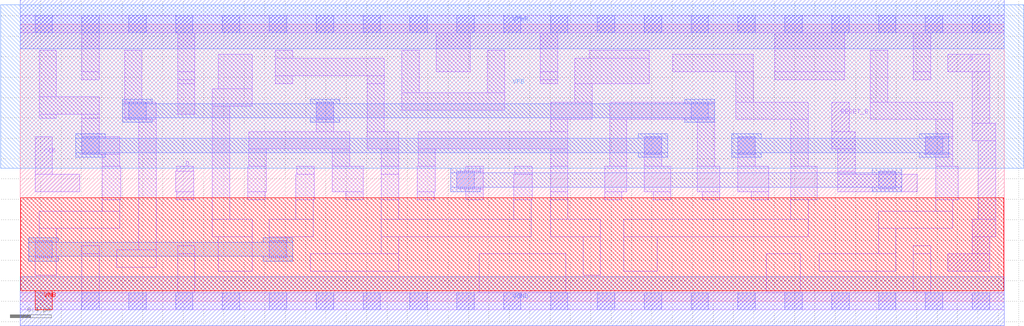
<source format=lef>
VERSION 5.7 ;
  NOWIREEXTENSIONATPIN ON ;
  DIVIDERCHAR "/" ;
  BUSBITCHARS "[]" ;
MACRO sky130_ht_sc_tt05__mux2i_2
  CLASS CORE ;
  FOREIGN sky130_ht_sc_tt05__mux2i_2 ;
  ORIGIN 0.000 0.000 ;
  SIZE 5.060 BY 2.720 ;
  SYMMETRY X Y R90 ;
  SITE unithd ;
  PIN VGND
    DIRECTION INOUT ;
    USE GROUND ;
    SHAPE ABUTMENT ;
    PORT
      LAYER met1 ;
        RECT 0.000 -0.240 5.060 0.240 ;
    END
  END VGND
  PIN VNB
    DIRECTION INOUT ;
    USE GROUND ;
    PORT
      LAYER pwell ;
        RECT 0.005 0.105 5.055 1.015 ;
        RECT 0.145 -0.085 0.315 0.105 ;
    END
  END VNB
  PIN VPB
    DIRECTION INOUT ;
    USE POWER ;
    PORT
      LAYER nwell ;
        RECT -0.190 1.305 5.250 2.910 ;
    END
  END VPB
  PIN VPWR
    DIRECTION INOUT ;
    USE POWER ;
    SHAPE ABUTMENT ;
    PORT
      LAYER met1 ;
        RECT 0.000 2.480 5.060 2.960 ;
    END
  END VPWR
  PIN A0
    DIRECTION INPUT ;
    USE SIGNAL ;
    ANTENNAGATEAREA 1.014 ;
    PORT
      LAYER li1 ;
        RECT 2.445 1.075 3.535 1.275 ;
    END
  END A0
  PIN A1
    DIRECTION INPUT ;
    USE SIGNAL ;
    ANTENNADIFFAREA 2.170 ;
    ANTENNAGATEAREA 0.852 ;
    PORT
      LAYER li1 ;
        RECT 4.255 0.995 4.425 1.105 ;
        RECT 4.255 1.105 4.475 1.325 ;
        RECT 4.285 1.325 4.475 1.615 ;
    END
  END A1
  PIN S
    DIRECTION INPUT ;
    USE SIGNAL ;
    ANTENNAGATEAREA 1.308 ;
    PORT
      LAYER li1 ;
        RECT 0.595 0.765 0.785 0.995 ;
        RECT 0.445 0.995 0.785 1.275 ;
        RECT 0.445 1.275 0.615 1.325 ;
    END
  END S
  PIN Y
    DIRECTION OUTPUT ;
    USE SIGNAL ;
    ANTENNADIFFAREA 2.170 ;
    PORT
      LAYER li1 ;
        RECT 2.715 0.295 4.965 0.465 ;
        RECT 4.795 0.465 4.965 1.785 ;
        RECT 4.735 1.785 4.965 2.255 ;
        RECT 2.715 2.255 4.965 2.425 ;
    END
  END Y
  OBS
      LAYER li1 ;
        RECT 2.275 2.175 2.445 2.255 ;
        RECT 0.515 2.255 0.845 2.635 ;
        RECT 1.355 2.255 1.685 2.635 ;
        RECT 2.275 2.255 2.445 2.635 ;
        RECT 0.000 2.635 5.060 2.805 ;
        RECT 1.855 1.835 2.965 1.915 ;
        RECT 1.855 1.915 4.355 2.005 ;
        RECT 1.855 2.005 2.025 2.085 ;
        RECT 2.795 2.005 4.355 2.085 ;
        RECT 1.855 2.085 2.025 2.465 ;
        RECT 0.095 0.255 0.345 0.585 ;
        RECT 0.095 0.585 0.265 1.075 ;
        RECT 0.095 1.075 0.265 1.155 ;
        RECT 1.435 1.075 1.955 1.155 ;
        RECT 0.095 1.155 0.265 1.245 ;
        RECT 1.015 1.155 1.955 1.245 ;
        RECT 0.095 1.245 0.265 1.325 ;
        RECT 1.015 1.245 1.605 1.325 ;
        RECT 0.095 1.325 0.265 1.495 ;
        RECT 1.015 1.325 1.185 1.495 ;
        RECT 0.095 1.495 1.185 1.665 ;
        RECT 0.095 1.665 0.265 2.135 ;
        RECT 0.095 2.135 0.345 2.465 ;
        RECT 1.435 1.495 3.465 1.665 ;
        RECT 1.435 1.665 1.605 1.745 ;
        RECT 3.135 1.665 3.465 1.745 ;
        RECT 1.435 1.745 1.605 1.835 ;
        RECT 0.935 1.835 1.605 2.005 ;
        RECT 1.015 0.555 1.245 0.965 ;
        RECT 3.815 0.635 4.355 0.805 ;
        RECT 3.815 0.805 4.005 0.935 ;
        RECT 1.855 0.255 2.025 0.635 ;
        RECT 1.855 0.635 2.025 0.715 ;
        RECT 3.135 0.635 3.465 0.715 ;
        RECT 1.855 0.715 3.465 0.885 ;
        RECT 0.000 -0.085 5.060 0.085 ;
        RECT 0.595 0.085 0.765 0.545 ;
        RECT 1.435 0.085 1.605 0.545 ;
        RECT 2.275 0.085 2.445 0.545 ;
        RECT 1.435 0.545 1.605 0.885 ;
      LAYER mcon ;
        RECT 4.745 2.635 4.915 2.805 ;
        RECT 4.285 2.635 4.455 2.805 ;
        RECT 3.825 2.635 3.995 2.805 ;
        RECT 3.365 2.635 3.535 2.805 ;
        RECT 2.905 2.635 3.075 2.805 ;
        RECT 2.445 2.635 2.615 2.805 ;
        RECT 1.985 2.635 2.155 2.805 ;
        RECT 1.525 2.635 1.695 2.805 ;
        RECT 1.065 2.635 1.235 2.805 ;
        RECT 0.605 2.635 0.775 2.805 ;
        RECT 0.145 2.635 0.315 2.805 ;
        RECT 3.825 0.765 3.995 0.935 ;
        RECT 1.065 0.765 1.235 0.935 ;
        RECT 1.525 -0.085 1.695 0.085 ;
        RECT 4.745 -0.085 4.915 0.085 ;
        RECT 2.905 -0.085 3.075 0.085 ;
        RECT 1.065 -0.085 1.235 0.085 ;
        RECT 4.285 -0.085 4.455 0.085 ;
        RECT 2.445 -0.085 2.615 0.085 ;
        RECT 0.605 -0.085 0.775 0.085 ;
        RECT 3.825 -0.085 3.995 0.085 ;
        RECT 1.985 -0.085 2.155 0.085 ;
        RECT 0.145 -0.085 0.315 0.085 ;
        RECT 3.365 -0.085 3.535 0.085 ;
      LAYER met1 ;
        RECT 1.005 0.735 1.295 0.780 ;
        RECT 3.765 0.735 4.055 0.780 ;
        RECT 1.005 0.780 4.055 0.920 ;
        RECT 1.005 0.920 1.295 0.965 ;
        RECT 3.765 0.920 4.055 0.965 ;
  END
END sky130_ht_sc_tt05__mux2i_2
MACRO sky130_ht_sc_tt05__maj3_2
  CLASS CORE ;
  FOREIGN sky130_ht_sc_tt05__maj3_2 ;
  ORIGIN 0.000 0.000 ;
  SIZE 4.140 BY 2.720 ;
  SYMMETRY X Y R90 ;
  SITE unithd ;
  PIN VGND
    DIRECTION INOUT ;
    USE GROUND ;
    SHAPE ABUTMENT ;
    PORT
      LAYER met1 ;
        RECT 0.000 -0.240 4.140 0.240 ;
    END
  END VGND
  PIN VNB
    DIRECTION INOUT ;
    USE GROUND ;
    PORT
      LAYER pwell ;
        RECT 0.005 0.105 4.135 1.015 ;
        RECT 0.145 -0.085 0.315 0.105 ;
    END
  END VNB
  PIN VPB
    DIRECTION INOUT ;
    USE POWER ;
    PORT
      LAYER nwell ;
        RECT -0.190 1.305 4.330 2.910 ;
    END
  END VPB
  PIN VPWR
    DIRECTION INOUT ;
    USE POWER ;
    SHAPE ABUTMENT ;
    PORT
      LAYER met1 ;
        RECT 0.000 2.480 4.140 2.960 ;
    END
  END VPWR
  PIN A
    DIRECTION INPUT ;
    USE SIGNAL ;
    ANTENNAGATEAREA 0.842 ;
    PORT
      LAYER li1 ;
        RECT 1.055 0.995 1.225 1.105 ;
        RECT 1.055 1.105 1.695 1.275 ;
        RECT 1.055 1.275 1.225 1.325 ;
    END
  END A
  PIN B
    DIRECTION INPUT ;
    USE SIGNAL ;
    ANTENNAGATEAREA 0.842 ;
    PORT
      LAYER li1 ;
        RECT 1.895 0.995 2.065 1.105 ;
        RECT 1.895 1.105 2.155 1.275 ;
        RECT 1.895 1.275 2.065 1.325 ;
    END
  END B
  PIN C
    DIRECTION INPUT ;
    USE SIGNAL ;
    ANTENNADIFFAREA 3.850 ;
    ANTENNAGATEAREA 0.416 ;
    PORT
      LAYER li1 ;
        RECT 0.435 0.995 0.745 1.105 ;
        RECT 2.535 0.995 2.705 1.105 ;
        RECT 0.435 1.105 0.775 1.325 ;
        RECT 2.445 1.105 2.705 1.325 ;
        RECT 0.605 1.325 0.775 1.575 ;
        RECT 2.445 1.325 2.615 1.575 ;
        RECT 0.605 1.575 2.615 1.745 ;
    END
  END C
  PIN X
    DIRECTION OUTPUT ;
    USE SIGNAL ;
    ANTENNADIFFAREA 2.502 ;
    PORT
      LAYER li1 ;
        RECT 3.285 0.295 3.615 0.805 ;
        RECT 3.445 0.805 3.615 1.575 ;
        RECT 3.285 1.575 3.615 2.425 ;
    END
  END X
  OBS
      LAYER li1 ;
        RECT 3.785 1.495 3.955 1.915 ;
        RECT 2.705 1.915 3.035 2.255 ;
        RECT 3.785 1.915 3.955 2.255 ;
        RECT 0.985 2.255 1.315 2.635 ;
        RECT 2.705 2.255 3.035 2.635 ;
        RECT 3.785 2.255 3.955 2.635 ;
        RECT 0.000 2.635 4.140 2.805 ;
        RECT 0.085 0.295 0.435 0.635 ;
        RECT 1.825 0.295 2.155 0.635 ;
        RECT 0.085 0.635 3.115 0.805 ;
        RECT 0.085 0.805 0.255 0.995 ;
        RECT 2.945 0.805 3.115 0.995 ;
        RECT 0.085 0.995 0.255 1.245 ;
        RECT 2.945 0.995 3.225 1.245 ;
        RECT 0.085 1.245 0.255 1.325 ;
        RECT 3.055 1.245 3.225 1.325 ;
        RECT 0.085 1.325 0.255 1.915 ;
        RECT 0.085 1.915 2.155 2.085 ;
        RECT 0.085 2.085 0.435 2.425 ;
        RECT 1.825 2.085 2.155 2.425 ;
        RECT 0.000 -0.085 4.140 0.085 ;
        RECT 0.985 0.085 1.315 0.465 ;
        RECT 2.705 0.085 3.035 0.465 ;
        RECT 3.785 0.085 3.955 0.465 ;
        RECT 3.785 0.465 3.955 0.885 ;
      LAYER mcon ;
        RECT 1.525 2.635 1.695 2.805 ;
        RECT 3.825 2.635 3.995 2.805 ;
        RECT 1.065 2.635 1.235 2.805 ;
        RECT 3.365 2.635 3.535 2.805 ;
        RECT 0.605 2.635 0.775 2.805 ;
        RECT 2.905 2.635 3.075 2.805 ;
        RECT 0.145 2.635 0.315 2.805 ;
        RECT 2.445 2.635 2.615 2.805 ;
        RECT 1.985 2.635 2.155 2.805 ;
        RECT 0.605 -0.085 0.775 0.085 ;
        RECT 3.825 -0.085 3.995 0.085 ;
        RECT 1.985 -0.085 2.155 0.085 ;
        RECT 0.145 -0.085 0.315 0.085 ;
        RECT 3.365 -0.085 3.535 0.085 ;
        RECT 1.525 -0.085 1.695 0.085 ;
        RECT 2.905 -0.085 3.075 0.085 ;
        RECT 1.065 -0.085 1.235 0.085 ;
        RECT 2.445 -0.085 2.615 0.085 ;
      LAYER met1 ;
  END
END sky130_ht_sc_tt05__maj3_2
MACRO sky130_ht_sc_tt05__dlrtp_1
  CLASS CORE ;
  FOREIGN sky130_ht_sc_tt05__dlrtp_1 ;
  ORIGIN 0.000 0.000 ;
  SIZE 6.900 BY 2.720 ;
  SYMMETRY X Y R90 ;
  SITE unithd ;
  PIN VGND
    DIRECTION INOUT ;
    USE GROUND ;
    SHAPE ABUTMENT ;
    PORT
      LAYER met1 ;
        RECT 0.000 -0.240 6.900 0.240 ;
    END
  END VGND
  PIN VNB
    DIRECTION INOUT ;
    USE GROUND ;
    PORT
      LAYER pwell ;
        RECT 0.005 0.105 6.895 1.015 ;
        RECT 0.145 -0.085 0.315 0.105 ;
    END
  END VNB
  PIN VPB
    DIRECTION INOUT ;
    USE POWER ;
    PORT
      LAYER nwell ;
        RECT -0.190 1.305 7.090 2.910 ;
    END
  END VPB
  PIN VPWR
    DIRECTION INOUT ;
    USE POWER ;
    SHAPE ABUTMENT ;
    PORT
      LAYER met1 ;
        RECT 0.000 2.480 6.900 2.960 ;
    END
  END VPWR
  PIN GATE
    DIRECTION INPUT ;
    USE SIGNAL ;
    ANTENNADIFFAREA 1.090 ;
    ANTENNAGATEAREA 0.476 ;
    PORT
      LAYER li1 ;
        RECT 0.155 0.995 0.325 1.105 ;
        RECT 0.145 1.105 0.325 1.325 ;
        RECT 0.145 1.325 0.315 1.615 ;
    END
  END GATE
  PIN D
    DIRECTION INPUT ;
    USE SIGNAL ;
    ANTENNAGATEAREA 0.449 ;
    PORT
      LAYER li1 ;
        RECT 1.515 1.075 1.845 1.275 ;
    END
  END D
  PIN RESET_B
    DIRECTION INPUT ;
    USE SIGNAL ;
    ANTENNADIFFAREA 1.059 ;
    ANTENNAGATEAREA 0.416 ;
    PORT
      LAYER li1 ;
        RECT 5.665 0.425 5.835 1.075 ;
        RECT 5.665 1.075 6.005 1.245 ;
        RECT 5.665 1.245 5.835 1.275 ;
    END
  END RESET_B
  PIN Q
    DIRECTION OUTPUT ;
    USE SIGNAL ;
    PORT
      LAYER li1 ;
        RECT 6.365 0.295 6.815 0.595 ;
        RECT 6.645 0.595 6.815 1.785 ;
        RECT 6.365 1.785 6.815 2.425 ;
    END
  END Q
  OBS
      LAYER li1 ;
        RECT 2.025 1.835 2.195 2.175 ;
        RECT 2.025 2.175 2.195 2.255 ;
        RECT 4.545 2.175 5.235 2.255 ;
        RECT 6.025 2.175 6.195 2.255 ;
        RECT 0.525 2.255 0.855 2.635 ;
        RECT 2.025 2.255 2.195 2.635 ;
        RECT 4.545 2.255 5.235 2.635 ;
        RECT 6.025 2.255 6.195 2.635 ;
        RECT 0.000 2.635 6.900 2.805 ;
        RECT 1.545 0.255 1.715 0.715 ;
        RECT 1.545 0.715 2.195 0.885 ;
        RECT 2.025 0.885 2.195 0.995 ;
        RECT 2.025 0.995 2.405 1.325 ;
        RECT 2.025 1.325 2.195 1.445 ;
        RECT 1.545 1.445 2.195 1.615 ;
        RECT 1.545 1.615 1.715 2.465 ;
        RECT 1.025 1.755 1.255 2.465 ;
        RECT 0.105 0.635 0.775 0.805 ;
        RECT 0.605 0.805 0.775 0.995 ;
        RECT 0.605 0.995 0.985 1.325 ;
        RECT 0.605 1.325 0.795 1.615 ;
        RECT 0.605 1.615 0.775 1.875 ;
        RECT 0.105 1.875 0.775 2.045 ;
        RECT 0.185 2.045 0.355 2.465 ;
        RECT 3.025 0.295 3.355 0.715 ;
        RECT 3.025 0.715 4.455 0.885 ;
        RECT 4.285 0.885 4.455 1.445 ;
        RECT 4.285 1.445 4.475 1.615 ;
        RECT 4.285 1.615 4.455 1.785 ;
        RECT 4.205 1.785 4.455 1.955 ;
        RECT 4.205 1.955 4.375 2.255 ;
        RECT 3.565 2.255 4.375 2.425 ;
        RECT 5.465 2.255 5.795 2.425 ;
        RECT 4.885 0.295 5.315 0.465 ;
        RECT 4.885 0.465 5.055 0.715 ;
        RECT 4.705 0.715 5.055 0.885 ;
        RECT 4.705 0.885 4.875 0.995 ;
        RECT 4.695 0.995 4.875 1.075 ;
        RECT 6.295 0.995 6.465 1.075 ;
        RECT 4.695 1.075 4.875 1.325 ;
        RECT 6.285 1.075 6.465 1.325 ;
        RECT 4.705 1.325 4.875 1.445 ;
        RECT 6.285 1.325 6.455 1.445 ;
        RECT 4.705 1.445 4.875 1.615 ;
        RECT 5.665 1.445 6.455 1.615 ;
        RECT 4.705 1.615 4.875 1.785 ;
        RECT 5.665 1.615 5.835 1.785 ;
        RECT 4.705 1.785 5.835 1.955 ;
        RECT 2.445 0.425 2.755 0.595 ;
        RECT 2.585 0.595 2.755 1.075 ;
        RECT 2.585 1.075 3.025 1.245 ;
        RECT 3.775 1.075 4.105 1.245 ;
        RECT 2.585 1.245 2.755 1.785 ;
        RECT 3.865 1.245 4.035 1.785 ;
        RECT 2.445 1.785 4.035 1.955 ;
        RECT 5.135 1.075 5.465 1.245 ;
        RECT 5.205 1.245 5.375 1.445 ;
        RECT 5.205 1.445 5.395 1.615 ;
        RECT 3.235 1.075 3.565 1.275 ;
        RECT 3.365 1.275 3.555 1.615 ;
        RECT 1.025 0.255 1.255 0.625 ;
        RECT 0.000 -0.085 6.900 0.085 ;
        RECT 0.525 0.085 0.855 0.465 ;
        RECT 1.945 0.085 2.275 0.465 ;
        RECT 4.545 0.085 4.715 0.465 ;
        RECT 6.025 0.085 6.195 0.465 ;
        RECT 4.545 0.465 4.715 0.545 ;
        RECT 6.025 0.465 6.195 0.545 ;
      LAYER mcon ;
        RECT 6.585 2.635 6.755 2.805 ;
        RECT 6.125 2.635 6.295 2.805 ;
        RECT 5.665 2.635 5.835 2.805 ;
        RECT 5.205 2.635 5.375 2.805 ;
        RECT 4.745 2.635 4.915 2.805 ;
        RECT 4.285 2.635 4.455 2.805 ;
        RECT 3.825 2.635 3.995 2.805 ;
        RECT 3.365 2.635 3.535 2.805 ;
        RECT 2.905 2.635 3.075 2.805 ;
        RECT 2.445 2.635 2.615 2.805 ;
        RECT 1.985 2.635 2.155 2.805 ;
        RECT 0.605 2.635 0.775 2.805 ;
        RECT 1.065 2.635 1.235 2.805 ;
        RECT 1.525 2.635 1.695 2.805 ;
        RECT 0.145 2.635 0.315 2.805 ;
        RECT 1.065 1.785 1.235 1.955 ;
        RECT 2.445 1.785 2.615 1.955 ;
        RECT 3.365 1.445 3.535 1.615 ;
        RECT 4.285 1.445 4.455 1.615 ;
        RECT 5.205 1.445 5.375 1.615 ;
        RECT 0.605 1.445 0.775 1.615 ;
        RECT 2.445 0.425 2.615 0.595 ;
        RECT 1.065 0.425 1.235 0.595 ;
        RECT 4.285 -0.085 4.455 0.085 ;
        RECT 5.665 -0.085 5.835 0.085 ;
        RECT 3.365 -0.085 3.535 0.085 ;
        RECT 4.745 -0.085 4.915 0.085 ;
        RECT 2.905 -0.085 3.075 0.085 ;
        RECT 1.065 -0.085 1.235 0.085 ;
        RECT 1.525 -0.085 1.695 0.085 ;
        RECT 0.605 -0.085 0.775 0.085 ;
        RECT 0.145 -0.085 0.315 0.085 ;
        RECT 1.985 -0.085 2.155 0.085 ;
        RECT 2.445 -0.085 2.615 0.085 ;
        RECT 5.205 -0.085 5.375 0.085 ;
        RECT 3.825 -0.085 3.995 0.085 ;
        RECT 6.125 -0.085 6.295 0.085 ;
        RECT 6.585 -0.085 6.755 0.085 ;
      LAYER met1 ;
        RECT 1.005 1.755 1.295 1.800 ;
        RECT 2.385 1.755 2.675 1.800 ;
        RECT 1.005 1.800 2.675 1.940 ;
        RECT 1.005 1.940 1.295 1.985 ;
        RECT 2.385 1.940 2.675 1.985 ;
        RECT 0.545 1.415 0.835 1.460 ;
        RECT 3.305 1.415 3.595 1.460 ;
        RECT 0.545 1.460 3.595 1.600 ;
        RECT 0.545 1.600 0.835 1.645 ;
        RECT 3.305 1.600 3.595 1.645 ;
        RECT 4.225 1.415 4.515 1.460 ;
        RECT 5.145 1.415 5.435 1.460 ;
        RECT 4.225 1.460 5.435 1.600 ;
        RECT 4.225 1.600 4.515 1.645 ;
        RECT 5.145 1.600 5.435 1.645 ;
        RECT 1.005 0.395 1.295 0.440 ;
        RECT 2.385 0.395 2.675 0.440 ;
        RECT 1.005 0.440 2.675 0.580 ;
        RECT 1.005 0.580 1.295 0.625 ;
        RECT 2.385 0.580 2.675 0.625 ;
  END
END sky130_ht_sc_tt05__dlrtp_1
MACRO sky130_ht_sc_tt05__dfrtp_1
  CLASS CORE ;
  FOREIGN sky130_ht_sc_tt05__dfrtp_1 ;
  ORIGIN 0.000 0.000 ;
  SIZE 9.660 BY 2.720 ;
  SYMMETRY X Y R90 ;
  SITE unithd ;
  PIN VGND
    DIRECTION INOUT ;
    USE GROUND ;
    SHAPE ABUTMENT ;
    PORT
      LAYER met1 ;
        RECT 0.000 -0.240 9.660 0.240 ;
    END
  END VGND
  PIN VNB
    DIRECTION INOUT ;
    USE GROUND ;
    PORT
      LAYER pwell ;
        RECT 0.005 0.105 9.655 1.015 ;
        RECT 0.145 -0.085 0.315 0.105 ;
    END
  END VNB
  PIN VPB
    DIRECTION INOUT ;
    USE POWER ;
    PORT
      LAYER nwell ;
        RECT -0.190 1.305 9.850 2.910 ;
    END
  END VPB
  PIN VPWR
    DIRECTION INOUT ;
    USE POWER ;
    SHAPE ABUTMENT ;
    PORT
      LAYER met1 ;
        RECT 0.000 2.480 9.660 2.960 ;
    END
  END VPWR
  PIN CLK
    DIRECTION INPUT ;
    USE SIGNAL ;
    ANTENNADIFFAREA 1.090 ;
    PORT
      LAYER li1 ;
        RECT 0.145 1.075 0.585 1.245 ;
        RECT 0.145 1.245 0.315 1.615 ;
    END
  END CLK
  PIN D
    DIRECTION INPUT ;
    USE SIGNAL ;
    ANTENNAGATEAREA 0.469 ;
    PORT
      LAYER li1 ;
        RECT 1.535 0.995 1.705 1.075 ;
        RECT 1.525 1.075 1.705 1.275 ;
        RECT 1.535 1.275 1.705 1.325 ;
    END
  END D
  PIN RESET_B
    DIRECTION INPUT ;
    USE SIGNAL ;
    ANTENNADIFFAREA 1.510 ;
    PORT
      LAYER li1 ;
        RECT 8.025 1.075 8.805 1.245 ;
        RECT 8.025 1.245 8.195 1.275 ;
        RECT 8.425 1.245 8.595 1.275 ;
        RECT 8.025 1.275 8.195 1.495 ;
        RECT 7.965 1.495 8.195 1.665 ;
        RECT 7.965 1.665 8.135 1.955 ;
    END
  END RESET_B
  PIN Q
    DIRECTION OUTPUT ;
    USE SIGNAL ;
    PORT
      LAYER li1 ;
        RECT 9.105 0.295 9.515 0.465 ;
        RECT 9.345 0.465 9.515 0.635 ;
        RECT 9.345 0.635 9.575 0.805 ;
        RECT 9.405 0.805 9.575 1.575 ;
        RECT 9.345 1.575 9.575 1.745 ;
        RECT 9.345 1.745 9.515 2.255 ;
        RECT 9.105 2.255 9.515 2.425 ;
    END
  END Q
  OBS
      LAYER li1 ;
        RECT 1.545 1.835 1.715 2.135 ;
        RECT 1.545 2.135 1.715 2.175 ;
        RECT 5.105 2.135 5.275 2.175 ;
        RECT 0.605 2.175 0.775 2.255 ;
        RECT 1.545 2.175 1.715 2.255 ;
        RECT 5.105 2.175 5.275 2.255 ;
        RECT 7.405 2.175 8.095 2.255 ;
        RECT 8.765 2.175 8.935 2.255 ;
        RECT 0.605 2.255 0.775 2.635 ;
        RECT 1.545 2.255 1.715 2.635 ;
        RECT 4.085 2.255 4.415 2.635 ;
        RECT 5.105 2.255 5.275 2.635 ;
        RECT 7.405 2.255 8.095 2.635 ;
        RECT 8.765 2.255 8.935 2.635 ;
        RECT 0.000 2.635 9.660 2.805 ;
        RECT 7.845 0.295 8.595 0.465 ;
        RECT 8.425 0.465 8.595 0.715 ;
        RECT 8.425 0.715 9.155 0.885 ;
        RECT 8.985 0.885 9.155 0.995 ;
        RECT 8.985 0.995 9.205 1.325 ;
        RECT 8.985 1.325 9.155 1.445 ;
        RECT 8.885 1.445 9.155 1.615 ;
        RECT 8.985 1.615 9.155 1.785 ;
        RECT 8.345 1.785 9.155 1.955 ;
        RECT 8.345 1.955 8.515 2.465 ;
        RECT 0.145 0.255 0.355 0.625 ;
        RECT 0.185 0.625 0.355 0.715 ;
        RECT 0.185 0.715 0.975 0.885 ;
        RECT 0.805 0.885 0.975 0.995 ;
        RECT 0.805 0.995 0.985 1.325 ;
        RECT 0.805 1.325 0.975 1.445 ;
        RECT 0.605 1.445 0.975 1.615 ;
        RECT 0.605 1.615 0.775 1.795 ;
        RECT 0.185 1.795 0.355 1.835 ;
        RECT 0.605 1.795 0.775 1.835 ;
        RECT 0.185 1.835 0.775 2.005 ;
        RECT 0.185 2.005 0.355 2.465 ;
        RECT 2.845 0.295 3.715 0.465 ;
        RECT 3.545 0.465 3.715 0.635 ;
        RECT 3.545 0.635 5.015 0.805 ;
        RECT 3.545 0.805 3.715 0.995 ;
        RECT 4.845 0.805 5.015 0.995 ;
        RECT 3.545 0.995 3.715 1.245 ;
        RECT 4.845 0.995 5.025 1.245 ;
        RECT 3.545 1.245 3.715 1.325 ;
        RECT 4.855 1.245 5.025 1.325 ;
        RECT 3.545 1.325 3.715 1.495 ;
        RECT 3.405 1.495 3.715 1.665 ;
        RECT 3.405 1.665 3.575 2.135 ;
        RECT 2.505 2.135 2.675 2.215 ;
        RECT 3.405 2.135 3.575 2.215 ;
        RECT 2.505 2.215 3.575 2.385 ;
        RECT 2.505 2.385 2.675 2.465 ;
        RECT 3.745 1.875 4.755 2.045 ;
        RECT 3.745 2.045 3.915 2.465 ;
        RECT 4.585 2.045 4.755 2.465 ;
        RECT 5.525 0.255 5.695 0.635 ;
        RECT 5.205 0.635 5.695 0.805 ;
        RECT 5.205 0.805 5.375 0.995 ;
        RECT 3.895 0.995 4.065 1.075 ;
        RECT 5.205 0.995 5.375 1.075 ;
        RECT 3.895 1.075 4.075 1.325 ;
        RECT 5.205 1.075 5.375 1.325 ;
        RECT 3.905 1.325 4.075 1.495 ;
        RECT 5.205 1.325 5.375 1.495 ;
        RECT 3.905 1.495 5.375 1.665 ;
        RECT 5.205 1.665 5.375 1.785 ;
        RECT 5.205 1.785 5.615 1.955 ;
        RECT 5.445 1.955 5.615 2.135 ;
        RECT 5.445 2.135 6.175 2.385 ;
        RECT 5.585 2.385 6.175 2.465 ;
        RECT 0.945 0.335 1.335 0.505 ;
        RECT 1.165 0.505 1.335 1.785 ;
        RECT 1.025 1.785 1.335 1.955 ;
        RECT 1.025 1.955 1.195 2.465 ;
        RECT 1.945 0.295 2.275 0.635 ;
        RECT 1.885 0.635 2.275 0.805 ;
        RECT 1.885 0.805 2.055 1.915 ;
        RECT 1.885 1.915 2.275 2.085 ;
        RECT 1.945 2.085 2.275 2.425 ;
        RECT 5.925 0.295 6.255 0.635 ;
        RECT 5.925 0.635 7.735 0.805 ;
        RECT 7.565 0.805 7.735 0.995 ;
        RECT 7.565 0.995 7.825 1.325 ;
        RECT 7.565 1.325 7.735 1.785 ;
        RECT 7.025 1.785 7.735 1.955 ;
        RECT 7.025 1.955 7.195 2.255 ;
        RECT 6.405 2.255 7.195 2.425 ;
        RECT 5.735 0.995 5.905 1.075 ;
        RECT 6.695 0.995 6.865 1.075 ;
        RECT 5.735 1.075 5.955 1.325 ;
        RECT 6.645 1.075 6.865 1.325 ;
        RECT 5.785 1.325 5.955 1.785 ;
        RECT 6.645 1.325 6.815 1.785 ;
        RECT 5.785 1.785 6.815 1.955 ;
        RECT 2.235 0.995 2.405 1.075 ;
        RECT 3.195 0.995 3.365 1.075 ;
        RECT 2.235 1.075 2.415 1.325 ;
        RECT 3.065 1.075 3.365 1.325 ;
        RECT 2.245 1.325 2.415 1.495 ;
        RECT 3.065 1.325 3.235 1.495 ;
        RECT 2.245 1.495 3.235 1.665 ;
        RECT 2.905 1.665 3.075 1.955 ;
        RECT 6.215 0.995 6.385 1.075 ;
        RECT 6.125 1.075 6.385 1.325 ;
        RECT 6.125 1.325 6.295 1.615 ;
        RECT 7.175 0.995 7.345 1.075 ;
        RECT 7.045 1.075 7.345 1.325 ;
        RECT 7.045 1.325 7.215 1.615 ;
        RECT 2.445 0.425 2.615 0.635 ;
        RECT 2.445 0.635 2.875 0.805 ;
        RECT 2.705 0.805 2.875 0.995 ;
        RECT 2.705 0.995 2.885 1.245 ;
        RECT 2.715 1.245 2.885 1.325 ;
        RECT 4.375 0.995 4.545 1.105 ;
        RECT 4.285 1.105 4.545 1.275 ;
        RECT 4.375 1.275 4.545 1.325 ;
        RECT 0.000 -0.085 9.660 0.085 ;
        RECT 0.605 0.085 0.775 0.465 ;
        RECT 1.545 0.085 1.715 0.465 ;
        RECT 4.505 0.085 5.355 0.465 ;
        RECT 7.325 0.085 7.655 0.465 ;
        RECT 8.765 0.085 8.935 0.465 ;
        RECT 0.605 0.465 0.775 0.545 ;
        RECT 1.545 0.465 1.715 0.545 ;
        RECT 8.765 0.465 8.935 0.545 ;
      LAYER mcon ;
        RECT 9.345 2.635 9.515 2.805 ;
        RECT 3.365 2.635 3.535 2.805 ;
        RECT 0.145 2.635 0.315 2.805 ;
        RECT 5.205 2.635 5.375 2.805 ;
        RECT 7.505 2.635 7.675 2.805 ;
        RECT 1.065 2.635 1.235 2.805 ;
        RECT 6.125 2.635 6.295 2.805 ;
        RECT 8.885 2.635 9.055 2.805 ;
        RECT 7.045 2.635 7.215 2.805 ;
        RECT 4.745 2.635 4.915 2.805 ;
        RECT 2.905 2.635 3.075 2.805 ;
        RECT 1.525 2.635 1.695 2.805 ;
        RECT 4.285 2.635 4.455 2.805 ;
        RECT 1.985 2.635 2.155 2.805 ;
        RECT 7.965 2.635 8.135 2.805 ;
        RECT 5.665 2.635 5.835 2.805 ;
        RECT 6.585 2.635 6.755 2.805 ;
        RECT 2.445 2.635 2.615 2.805 ;
        RECT 8.425 2.635 8.595 2.805 ;
        RECT 0.605 2.635 0.775 2.805 ;
        RECT 3.825 2.635 3.995 2.805 ;
        RECT 2.905 1.785 3.075 1.955 ;
        RECT 6.585 1.785 6.755 1.955 ;
        RECT 1.065 1.785 1.235 1.955 ;
        RECT 8.885 1.445 9.055 1.615 ;
        RECT 7.045 1.445 7.215 1.615 ;
        RECT 6.125 1.445 6.295 1.615 ;
        RECT 0.605 1.445 0.775 1.615 ;
        RECT 4.285 1.105 4.455 1.275 ;
        RECT 8.425 1.105 8.595 1.275 ;
        RECT 2.445 0.425 2.615 0.595 ;
        RECT 0.145 0.425 0.315 0.595 ;
        RECT 6.585 -0.085 6.755 0.085 ;
        RECT 8.425 -0.085 8.595 0.085 ;
        RECT 4.285 -0.085 4.455 0.085 ;
        RECT 2.445 -0.085 2.615 0.085 ;
        RECT 1.985 -0.085 2.155 0.085 ;
        RECT 1.525 -0.085 1.695 0.085 ;
        RECT 0.605 -0.085 0.775 0.085 ;
        RECT 4.745 -0.085 4.915 0.085 ;
        RECT 7.965 -0.085 8.135 0.085 ;
        RECT 0.145 -0.085 0.315 0.085 ;
        RECT 1.065 -0.085 1.235 0.085 ;
        RECT 3.365 -0.085 3.535 0.085 ;
        RECT 6.125 -0.085 6.295 0.085 ;
        RECT 5.205 -0.085 5.375 0.085 ;
        RECT 2.905 -0.085 3.075 0.085 ;
        RECT 7.045 -0.085 7.215 0.085 ;
        RECT 7.505 -0.085 7.675 0.085 ;
        RECT 5.665 -0.085 5.835 0.085 ;
        RECT 3.825 -0.085 3.995 0.085 ;
        RECT 8.885 -0.085 9.055 0.085 ;
        RECT 9.345 -0.085 9.515 0.085 ;
      LAYER met1 ;
        RECT 1.005 1.755 1.295 1.800 ;
        RECT 2.845 1.755 3.135 1.800 ;
        RECT 6.525 1.755 6.815 1.800 ;
        RECT 1.005 1.800 6.815 1.940 ;
        RECT 1.005 1.940 1.295 1.985 ;
        RECT 2.845 1.940 3.135 1.985 ;
        RECT 6.525 1.940 6.815 1.985 ;
        RECT 0.545 1.415 0.835 1.460 ;
        RECT 6.065 1.415 6.355 1.460 ;
        RECT 0.545 1.460 6.355 1.600 ;
        RECT 0.545 1.600 0.835 1.645 ;
        RECT 6.065 1.600 6.355 1.645 ;
        RECT 6.985 1.415 7.275 1.460 ;
        RECT 8.825 1.415 9.115 1.460 ;
        RECT 6.985 1.460 9.115 1.600 ;
        RECT 6.985 1.600 7.275 1.645 ;
        RECT 8.825 1.600 9.115 1.645 ;
        RECT 4.225 1.075 4.515 1.120 ;
        RECT 8.365 1.075 8.655 1.120 ;
        RECT 4.225 1.120 8.655 1.260 ;
        RECT 4.225 1.260 4.515 1.305 ;
        RECT 8.365 1.260 8.655 1.305 ;
        RECT 0.085 0.395 0.375 0.440 ;
        RECT 2.385 0.395 2.675 0.440 ;
        RECT 0.085 0.440 2.675 0.580 ;
        RECT 0.085 0.580 0.375 0.625 ;
        RECT 2.385 0.580 2.675 0.625 ;
  END
END sky130_ht_sc_tt05__dfrtp_1

</source>
